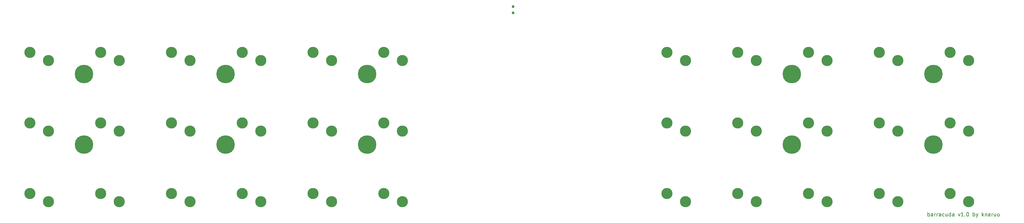
<source format=gbr>
G04 #@! TF.GenerationSoftware,KiCad,Pcbnew,(5.1.7)-1*
G04 #@! TF.CreationDate,2021-01-09T22:43:23+09:00*
G04 #@! TF.ProjectId,barracuda,62617272-6163-4756-9461-2e6b69636164,rev?*
G04 #@! TF.SameCoordinates,Original*
G04 #@! TF.FileFunction,Soldermask,Top*
G04 #@! TF.FilePolarity,Negative*
%FSLAX46Y46*%
G04 Gerber Fmt 4.6, Leading zero omitted, Abs format (unit mm)*
G04 Created by KiCad (PCBNEW (5.1.7)-1) date 2021-01-09 22:43:23*
%MOMM*%
%LPD*%
G01*
G04 APERTURE LIST*
%ADD10C,0.150000*%
%ADD11C,3.000000*%
%ADD12C,5.000000*%
%ADD13C,0.750000*%
G04 APERTURE END LIST*
D10*
X286657095Y-97924880D02*
X286657095Y-96924880D01*
X286657095Y-97305833D02*
X286752333Y-97258214D01*
X286942809Y-97258214D01*
X287038047Y-97305833D01*
X287085666Y-97353452D01*
X287133285Y-97448690D01*
X287133285Y-97734404D01*
X287085666Y-97829642D01*
X287038047Y-97877261D01*
X286942809Y-97924880D01*
X286752333Y-97924880D01*
X286657095Y-97877261D01*
X287990428Y-97924880D02*
X287990428Y-97401071D01*
X287942809Y-97305833D01*
X287847571Y-97258214D01*
X287657095Y-97258214D01*
X287561857Y-97305833D01*
X287990428Y-97877261D02*
X287895190Y-97924880D01*
X287657095Y-97924880D01*
X287561857Y-97877261D01*
X287514238Y-97782023D01*
X287514238Y-97686785D01*
X287561857Y-97591547D01*
X287657095Y-97543928D01*
X287895190Y-97543928D01*
X287990428Y-97496309D01*
X288466619Y-97924880D02*
X288466619Y-97258214D01*
X288466619Y-97448690D02*
X288514238Y-97353452D01*
X288561857Y-97305833D01*
X288657095Y-97258214D01*
X288752333Y-97258214D01*
X289085666Y-97924880D02*
X289085666Y-97258214D01*
X289085666Y-97448690D02*
X289133285Y-97353452D01*
X289180904Y-97305833D01*
X289276142Y-97258214D01*
X289371380Y-97258214D01*
X290133285Y-97924880D02*
X290133285Y-97401071D01*
X290085666Y-97305833D01*
X289990428Y-97258214D01*
X289799952Y-97258214D01*
X289704714Y-97305833D01*
X290133285Y-97877261D02*
X290038047Y-97924880D01*
X289799952Y-97924880D01*
X289704714Y-97877261D01*
X289657095Y-97782023D01*
X289657095Y-97686785D01*
X289704714Y-97591547D01*
X289799952Y-97543928D01*
X290038047Y-97543928D01*
X290133285Y-97496309D01*
X291038047Y-97877261D02*
X290942809Y-97924880D01*
X290752333Y-97924880D01*
X290657095Y-97877261D01*
X290609476Y-97829642D01*
X290561857Y-97734404D01*
X290561857Y-97448690D01*
X290609476Y-97353452D01*
X290657095Y-97305833D01*
X290752333Y-97258214D01*
X290942809Y-97258214D01*
X291038047Y-97305833D01*
X291895190Y-97258214D02*
X291895190Y-97924880D01*
X291466619Y-97258214D02*
X291466619Y-97782023D01*
X291514238Y-97877261D01*
X291609476Y-97924880D01*
X291752333Y-97924880D01*
X291847571Y-97877261D01*
X291895190Y-97829642D01*
X292799952Y-97924880D02*
X292799952Y-96924880D01*
X292799952Y-97877261D02*
X292704714Y-97924880D01*
X292514238Y-97924880D01*
X292419000Y-97877261D01*
X292371380Y-97829642D01*
X292323761Y-97734404D01*
X292323761Y-97448690D01*
X292371380Y-97353452D01*
X292419000Y-97305833D01*
X292514238Y-97258214D01*
X292704714Y-97258214D01*
X292799952Y-97305833D01*
X293704714Y-97924880D02*
X293704714Y-97401071D01*
X293657095Y-97305833D01*
X293561857Y-97258214D01*
X293371380Y-97258214D01*
X293276142Y-97305833D01*
X293704714Y-97877261D02*
X293609476Y-97924880D01*
X293371380Y-97924880D01*
X293276142Y-97877261D01*
X293228523Y-97782023D01*
X293228523Y-97686785D01*
X293276142Y-97591547D01*
X293371380Y-97543928D01*
X293609476Y-97543928D01*
X293704714Y-97496309D01*
X294847571Y-97258214D02*
X295085666Y-97924880D01*
X295323761Y-97258214D01*
X296228523Y-97924880D02*
X295657095Y-97924880D01*
X295942809Y-97924880D02*
X295942809Y-96924880D01*
X295847571Y-97067738D01*
X295752333Y-97162976D01*
X295657095Y-97210595D01*
X296657095Y-97829642D02*
X296704714Y-97877261D01*
X296657095Y-97924880D01*
X296609476Y-97877261D01*
X296657095Y-97829642D01*
X296657095Y-97924880D01*
X297323761Y-96924880D02*
X297419000Y-96924880D01*
X297514238Y-96972500D01*
X297561857Y-97020119D01*
X297609476Y-97115357D01*
X297657095Y-97305833D01*
X297657095Y-97543928D01*
X297609476Y-97734404D01*
X297561857Y-97829642D01*
X297514238Y-97877261D01*
X297419000Y-97924880D01*
X297323761Y-97924880D01*
X297228523Y-97877261D01*
X297180904Y-97829642D01*
X297133285Y-97734404D01*
X297085666Y-97543928D01*
X297085666Y-97305833D01*
X297133285Y-97115357D01*
X297180904Y-97020119D01*
X297228523Y-96972500D01*
X297323761Y-96924880D01*
X298847571Y-97924880D02*
X298847571Y-96924880D01*
X298847571Y-97305833D02*
X298942809Y-97258214D01*
X299133285Y-97258214D01*
X299228523Y-97305833D01*
X299276142Y-97353452D01*
X299323761Y-97448690D01*
X299323761Y-97734404D01*
X299276142Y-97829642D01*
X299228523Y-97877261D01*
X299133285Y-97924880D01*
X298942809Y-97924880D01*
X298847571Y-97877261D01*
X299657095Y-97258214D02*
X299895190Y-97924880D01*
X300133285Y-97258214D02*
X299895190Y-97924880D01*
X299799952Y-98162976D01*
X299752333Y-98210595D01*
X299657095Y-98258214D01*
X301276142Y-97924880D02*
X301276142Y-96924880D01*
X301371380Y-97543928D02*
X301657095Y-97924880D01*
X301657095Y-97258214D02*
X301276142Y-97639166D01*
X302085666Y-97258214D02*
X302085666Y-97924880D01*
X302085666Y-97353452D02*
X302133285Y-97305833D01*
X302228523Y-97258214D01*
X302371380Y-97258214D01*
X302466619Y-97305833D01*
X302514238Y-97401071D01*
X302514238Y-97924880D01*
X303419000Y-97924880D02*
X303419000Y-97401071D01*
X303371380Y-97305833D01*
X303276142Y-97258214D01*
X303085666Y-97258214D01*
X302990428Y-97305833D01*
X303419000Y-97877261D02*
X303323761Y-97924880D01*
X303085666Y-97924880D01*
X302990428Y-97877261D01*
X302942809Y-97782023D01*
X302942809Y-97686785D01*
X302990428Y-97591547D01*
X303085666Y-97543928D01*
X303323761Y-97543928D01*
X303419000Y-97496309D01*
X303895190Y-97924880D02*
X303895190Y-97258214D01*
X303895190Y-97448690D02*
X303942809Y-97353452D01*
X303990428Y-97305833D01*
X304085666Y-97258214D01*
X304180904Y-97258214D01*
X304942809Y-97258214D02*
X304942809Y-97924880D01*
X304514238Y-97258214D02*
X304514238Y-97782023D01*
X304561857Y-97877261D01*
X304657095Y-97924880D01*
X304799952Y-97924880D01*
X304895190Y-97877261D01*
X304942809Y-97829642D01*
X305561857Y-97924880D02*
X305466619Y-97877261D01*
X305419000Y-97829642D01*
X305371380Y-97734404D01*
X305371380Y-97448690D01*
X305419000Y-97353452D01*
X305466619Y-97305833D01*
X305561857Y-97258214D01*
X305704714Y-97258214D01*
X305799952Y-97305833D01*
X305847571Y-97353452D01*
X305895190Y-97448690D01*
X305895190Y-97734404D01*
X305847571Y-97829642D01*
X305799952Y-97877261D01*
X305704714Y-97924880D01*
X305561857Y-97924880D01*
D11*
X297650000Y-94000000D03*
X292650000Y-91800000D03*
X297650000Y-74950000D03*
X292650000Y-72750000D03*
X297650000Y-55900000D03*
X292650000Y-53700000D03*
X278600000Y-94000000D03*
X273600000Y-91800000D03*
X278600000Y-74950000D03*
X273600000Y-72750000D03*
X278600000Y-55900000D03*
X273600000Y-53700000D03*
X259550000Y-94000000D03*
X254550000Y-91800000D03*
X259550000Y-74950000D03*
X254550000Y-72750000D03*
X259550000Y-55900000D03*
X254550000Y-53700000D03*
X240500000Y-94000000D03*
X235500000Y-91800000D03*
X240500000Y-74950000D03*
X235500000Y-72750000D03*
X240500000Y-55900000D03*
X235500000Y-53700000D03*
X221450000Y-94000000D03*
X216450000Y-91800000D03*
X221450000Y-74950000D03*
X216450000Y-72750000D03*
X221450000Y-55900000D03*
X216450000Y-53700000D03*
X145250000Y-94000000D03*
X140250000Y-91800000D03*
X145250000Y-74950000D03*
X140250000Y-72750000D03*
X145250000Y-55900000D03*
X140250000Y-53700000D03*
X126200000Y-94000000D03*
X121200000Y-91800000D03*
X126200000Y-74950000D03*
X121200000Y-72750000D03*
X126200000Y-55900000D03*
X121200000Y-53700000D03*
X107150000Y-94000000D03*
X102150000Y-91800000D03*
X107150000Y-74950000D03*
X102150000Y-72750000D03*
X107150000Y-55900000D03*
X102150000Y-53700000D03*
X88100000Y-94000000D03*
X83100000Y-91800000D03*
X88100000Y-74950000D03*
X83100000Y-72750000D03*
X88100000Y-55900000D03*
X83100000Y-53700000D03*
X69050000Y-94000000D03*
X64050000Y-91800000D03*
X69050000Y-74950000D03*
X64050000Y-72750000D03*
X69050000Y-55900000D03*
X64050000Y-53700000D03*
X50000000Y-94000000D03*
X45000000Y-91800000D03*
X50000000Y-74950000D03*
X45000000Y-72750000D03*
X50000000Y-55900000D03*
X45000000Y-53700000D03*
D12*
X288125000Y-78575000D03*
X288125000Y-59525000D03*
X250025000Y-78575000D03*
X250025000Y-59525000D03*
X135725000Y-78575000D03*
X135725000Y-59525000D03*
X97625000Y-78575000D03*
X97625000Y-59525000D03*
X59525000Y-78575000D03*
X59525000Y-59525000D03*
D13*
X175069500Y-41364000D03*
X175069500Y-43064000D03*
M02*

</source>
